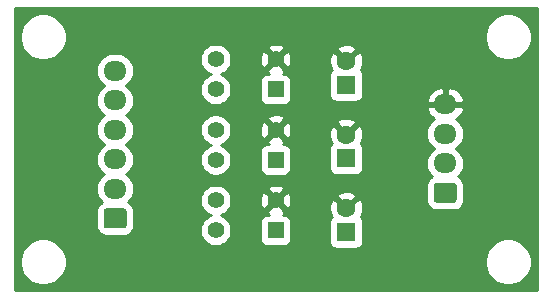
<source format=gbr>
%TF.GenerationSoftware,KiCad,Pcbnew,5.1.6-c6e7f7d~87~ubuntu18.04.1*%
%TF.CreationDate,2021-09-19T16:35:13+09:00*%
%TF.ProjectId,M921-SS,4d393231-2d53-4532-9e6b-696361645f70,1.00*%
%TF.SameCoordinates,Original*%
%TF.FileFunction,Copper,L2,Bot*%
%TF.FilePolarity,Positive*%
%FSLAX46Y46*%
G04 Gerber Fmt 4.6, Leading zero omitted, Abs format (unit mm)*
G04 Created by KiCad (PCBNEW 5.1.6-c6e7f7d~87~ubuntu18.04.1) date 2021-09-19 16:35:13*
%MOMM*%
%LPD*%
G01*
G04 APERTURE LIST*
%TA.AperFunction,ComponentPad*%
%ADD10O,1.950000X1.700000*%
%TD*%
%TA.AperFunction,ComponentPad*%
%ADD11C,1.400000*%
%TD*%
%TA.AperFunction,ComponentPad*%
%ADD12R,1.400000X1.400000*%
%TD*%
%TA.AperFunction,ComponentPad*%
%ADD13C,1.600000*%
%TD*%
%TA.AperFunction,ComponentPad*%
%ADD14R,1.600000X1.600000*%
%TD*%
%TA.AperFunction,Conductor*%
%ADD15C,0.254000*%
%TD*%
G04 APERTURE END LIST*
D10*
%TO.P,J2,4*%
%TO.N,GND*%
X114046000Y-59683000D03*
%TO.P,J2,3*%
%TO.N,Net-(C3-Pad1)*%
X114046000Y-62183000D03*
%TO.P,J2,2*%
%TO.N,Net-(C2-Pad1)*%
X114046000Y-64683000D03*
%TO.P,J2,1*%
%TO.N,Net-(C1-Pad1)*%
%TA.AperFunction,ComponentPad*%
G36*
G01*
X114771000Y-68033000D02*
X113321000Y-68033000D01*
G75*
G02*
X113071000Y-67783000I0J250000D01*
G01*
X113071000Y-66583000D01*
G75*
G02*
X113321000Y-66333000I250000J0D01*
G01*
X114771000Y-66333000D01*
G75*
G02*
X115021000Y-66583000I0J-250000D01*
G01*
X115021000Y-67783000D01*
G75*
G02*
X114771000Y-68033000I-250000J0D01*
G01*
G37*
%TD.AperFunction*%
%TD*%
%TO.P,J1,6*%
%TO.N,Net-(D3-Pad3)*%
X86106000Y-56842000D03*
%TO.P,J1,5*%
%TO.N,Net-(D3-Pad4)*%
X86106000Y-59342000D03*
%TO.P,J1,4*%
%TO.N,Net-(D2-Pad3)*%
X86106000Y-61842000D03*
%TO.P,J1,3*%
%TO.N,Net-(D2-Pad4)*%
X86106000Y-64342000D03*
%TO.P,J1,2*%
%TO.N,Net-(D1-Pad3)*%
X86106000Y-66842000D03*
%TO.P,J1,1*%
%TO.N,Net-(D1-Pad4)*%
%TA.AperFunction,ComponentPad*%
G36*
G01*
X86831000Y-70192000D02*
X85381000Y-70192000D01*
G75*
G02*
X85131000Y-69942000I0J250000D01*
G01*
X85131000Y-68742000D01*
G75*
G02*
X85381000Y-68492000I250000J0D01*
G01*
X86831000Y-68492000D01*
G75*
G02*
X87081000Y-68742000I0J-250000D01*
G01*
X87081000Y-69942000D01*
G75*
G02*
X86831000Y-70192000I-250000J0D01*
G01*
G37*
%TD.AperFunction*%
%TD*%
D11*
%TO.P,D3,4*%
%TO.N,Net-(D3-Pad4)*%
X94615000Y-58420000D03*
%TO.P,D3,2*%
%TO.N,GND*%
X99695000Y-55880000D03*
%TO.P,D3,3*%
%TO.N,Net-(D3-Pad3)*%
X94615000Y-55880000D03*
D12*
%TO.P,D3,1*%
%TO.N,Net-(C3-Pad1)*%
X99695000Y-58420000D03*
%TD*%
D11*
%TO.P,D2,4*%
%TO.N,Net-(D2-Pad4)*%
X94615000Y-64389000D03*
%TO.P,D2,2*%
%TO.N,GND*%
X99695000Y-61849000D03*
%TO.P,D2,3*%
%TO.N,Net-(D2-Pad3)*%
X94615000Y-61849000D03*
D12*
%TO.P,D2,1*%
%TO.N,Net-(C2-Pad1)*%
X99695000Y-64389000D03*
%TD*%
D11*
%TO.P,D1,4*%
%TO.N,Net-(D1-Pad4)*%
X94615000Y-70358000D03*
%TO.P,D1,2*%
%TO.N,GND*%
X99695000Y-67818000D03*
%TO.P,D1,3*%
%TO.N,Net-(D1-Pad3)*%
X94615000Y-67818000D03*
D12*
%TO.P,D1,1*%
%TO.N,Net-(C1-Pad1)*%
X99695000Y-70358000D03*
%TD*%
D13*
%TO.P,C3,2*%
%TO.N,GND*%
X105664000Y-56039000D03*
D14*
%TO.P,C3,1*%
%TO.N,Net-(C3-Pad1)*%
X105664000Y-58039000D03*
%TD*%
D13*
%TO.P,C2,2*%
%TO.N,GND*%
X105664000Y-62262000D03*
D14*
%TO.P,C2,1*%
%TO.N,Net-(C2-Pad1)*%
X105664000Y-64262000D03*
%TD*%
D13*
%TO.P,C1,2*%
%TO.N,GND*%
X105664000Y-68485000D03*
D14*
%TO.P,C1,1*%
%TO.N,Net-(C1-Pad1)*%
X105664000Y-70485000D03*
%TD*%
D15*
%TO.N,GND*%
G36*
X121793000Y-75438000D02*
G01*
X77597000Y-75438000D01*
X77597000Y-72829495D01*
X78025000Y-72829495D01*
X78025000Y-73220505D01*
X78101282Y-73604003D01*
X78250915Y-73965250D01*
X78468149Y-74290364D01*
X78744636Y-74566851D01*
X79069750Y-74784085D01*
X79430997Y-74933718D01*
X79814495Y-75010000D01*
X80205505Y-75010000D01*
X80589003Y-74933718D01*
X80950250Y-74784085D01*
X81275364Y-74566851D01*
X81551851Y-74290364D01*
X81769085Y-73965250D01*
X81918718Y-73604003D01*
X81995000Y-73220505D01*
X81995000Y-72829495D01*
X117395000Y-72829495D01*
X117395000Y-73220505D01*
X117471282Y-73604003D01*
X117620915Y-73965250D01*
X117838149Y-74290364D01*
X118114636Y-74566851D01*
X118439750Y-74784085D01*
X118800997Y-74933718D01*
X119184495Y-75010000D01*
X119575505Y-75010000D01*
X119959003Y-74933718D01*
X120320250Y-74784085D01*
X120645364Y-74566851D01*
X120921851Y-74290364D01*
X121139085Y-73965250D01*
X121288718Y-73604003D01*
X121365000Y-73220505D01*
X121365000Y-72829495D01*
X121288718Y-72445997D01*
X121139085Y-72084750D01*
X120921851Y-71759636D01*
X120645364Y-71483149D01*
X120320250Y-71265915D01*
X119959003Y-71116282D01*
X119575505Y-71040000D01*
X119184495Y-71040000D01*
X118800997Y-71116282D01*
X118439750Y-71265915D01*
X118114636Y-71483149D01*
X117838149Y-71759636D01*
X117620915Y-72084750D01*
X117471282Y-72445997D01*
X117395000Y-72829495D01*
X81995000Y-72829495D01*
X81918718Y-72445997D01*
X81769085Y-72084750D01*
X81551851Y-71759636D01*
X81275364Y-71483149D01*
X80950250Y-71265915D01*
X80589003Y-71116282D01*
X80205505Y-71040000D01*
X79814495Y-71040000D01*
X79430997Y-71116282D01*
X79069750Y-71265915D01*
X78744636Y-71483149D01*
X78468149Y-71759636D01*
X78250915Y-72084750D01*
X78101282Y-72445997D01*
X78025000Y-72829495D01*
X77597000Y-72829495D01*
X77597000Y-56842000D01*
X84488815Y-56842000D01*
X84517487Y-57133111D01*
X84602401Y-57413034D01*
X84740294Y-57671014D01*
X84925866Y-57897134D01*
X85151986Y-58082706D01*
X85169374Y-58092000D01*
X85151986Y-58101294D01*
X84925866Y-58286866D01*
X84740294Y-58512986D01*
X84602401Y-58770966D01*
X84517487Y-59050889D01*
X84488815Y-59342000D01*
X84517487Y-59633111D01*
X84602401Y-59913034D01*
X84740294Y-60171014D01*
X84925866Y-60397134D01*
X85151986Y-60582706D01*
X85169374Y-60592000D01*
X85151986Y-60601294D01*
X84925866Y-60786866D01*
X84740294Y-61012986D01*
X84602401Y-61270966D01*
X84517487Y-61550889D01*
X84488815Y-61842000D01*
X84517487Y-62133111D01*
X84602401Y-62413034D01*
X84740294Y-62671014D01*
X84925866Y-62897134D01*
X85151986Y-63082706D01*
X85169374Y-63092000D01*
X85151986Y-63101294D01*
X84925866Y-63286866D01*
X84740294Y-63512986D01*
X84602401Y-63770966D01*
X84517487Y-64050889D01*
X84488815Y-64342000D01*
X84517487Y-64633111D01*
X84602401Y-64913034D01*
X84740294Y-65171014D01*
X84925866Y-65397134D01*
X85151986Y-65582706D01*
X85169374Y-65592000D01*
X85151986Y-65601294D01*
X84925866Y-65786866D01*
X84740294Y-66012986D01*
X84602401Y-66270966D01*
X84517487Y-66550889D01*
X84488815Y-66842000D01*
X84517487Y-67133111D01*
X84602401Y-67413034D01*
X84740294Y-67671014D01*
X84925866Y-67897134D01*
X84989337Y-67949223D01*
X84887614Y-68003595D01*
X84753038Y-68114038D01*
X84642595Y-68248614D01*
X84560528Y-68402150D01*
X84509992Y-68568746D01*
X84492928Y-68742000D01*
X84492928Y-69942000D01*
X84509992Y-70115254D01*
X84560528Y-70281850D01*
X84642595Y-70435386D01*
X84753038Y-70569962D01*
X84887614Y-70680405D01*
X85041150Y-70762472D01*
X85207746Y-70813008D01*
X85381000Y-70830072D01*
X86831000Y-70830072D01*
X87004254Y-70813008D01*
X87170850Y-70762472D01*
X87324386Y-70680405D01*
X87458962Y-70569962D01*
X87569405Y-70435386D01*
X87651472Y-70281850D01*
X87702008Y-70115254D01*
X87719072Y-69942000D01*
X87719072Y-68742000D01*
X87702008Y-68568746D01*
X87651472Y-68402150D01*
X87569405Y-68248614D01*
X87458962Y-68114038D01*
X87324386Y-68003595D01*
X87222663Y-67949223D01*
X87286134Y-67897134D01*
X87458985Y-67686514D01*
X93280000Y-67686514D01*
X93280000Y-67949486D01*
X93331304Y-68207405D01*
X93431939Y-68450359D01*
X93578038Y-68669013D01*
X93763987Y-68854962D01*
X93982641Y-69001061D01*
X94192530Y-69088000D01*
X93982641Y-69174939D01*
X93763987Y-69321038D01*
X93578038Y-69506987D01*
X93431939Y-69725641D01*
X93331304Y-69968595D01*
X93280000Y-70226514D01*
X93280000Y-70489486D01*
X93331304Y-70747405D01*
X93431939Y-70990359D01*
X93578038Y-71209013D01*
X93763987Y-71394962D01*
X93982641Y-71541061D01*
X94225595Y-71641696D01*
X94483514Y-71693000D01*
X94746486Y-71693000D01*
X95004405Y-71641696D01*
X95247359Y-71541061D01*
X95466013Y-71394962D01*
X95651962Y-71209013D01*
X95798061Y-70990359D01*
X95898696Y-70747405D01*
X95950000Y-70489486D01*
X95950000Y-70226514D01*
X95898696Y-69968595D01*
X95798061Y-69725641D01*
X95752866Y-69658000D01*
X98356928Y-69658000D01*
X98356928Y-71058000D01*
X98369188Y-71182482D01*
X98405498Y-71302180D01*
X98464463Y-71412494D01*
X98543815Y-71509185D01*
X98640506Y-71588537D01*
X98750820Y-71647502D01*
X98870518Y-71683812D01*
X98995000Y-71696072D01*
X100395000Y-71696072D01*
X100519482Y-71683812D01*
X100639180Y-71647502D01*
X100749494Y-71588537D01*
X100846185Y-71509185D01*
X100925537Y-71412494D01*
X100984502Y-71302180D01*
X101020812Y-71182482D01*
X101033072Y-71058000D01*
X101033072Y-69658000D01*
X101020812Y-69533518D01*
X100984502Y-69413820D01*
X100925537Y-69303506D01*
X100846185Y-69206815D01*
X100749494Y-69127463D01*
X100639180Y-69068498D01*
X100519482Y-69032188D01*
X100395000Y-69019928D01*
X100289475Y-69019928D01*
X100377203Y-68973037D01*
X100436664Y-68739269D01*
X99695000Y-67997605D01*
X98953336Y-68739269D01*
X99012797Y-68973037D01*
X99113620Y-69019928D01*
X98995000Y-69019928D01*
X98870518Y-69032188D01*
X98750820Y-69068498D01*
X98640506Y-69127463D01*
X98543815Y-69206815D01*
X98464463Y-69303506D01*
X98405498Y-69413820D01*
X98369188Y-69533518D01*
X98356928Y-69658000D01*
X95752866Y-69658000D01*
X95651962Y-69506987D01*
X95466013Y-69321038D01*
X95247359Y-69174939D01*
X95037470Y-69088000D01*
X95247359Y-69001061D01*
X95466013Y-68854962D01*
X95651962Y-68669013D01*
X95798061Y-68450359D01*
X95898696Y-68207405D01*
X95950000Y-67949486D01*
X95950000Y-67892473D01*
X98355610Y-67892473D01*
X98395875Y-68152344D01*
X98486065Y-68399366D01*
X98539963Y-68500203D01*
X98773731Y-68559664D01*
X99515395Y-67818000D01*
X99874605Y-67818000D01*
X100616269Y-68559664D01*
X100632592Y-68555512D01*
X104223783Y-68555512D01*
X104265213Y-68835130D01*
X104360397Y-69101292D01*
X104425616Y-69223309D01*
X104412815Y-69233815D01*
X104333463Y-69330506D01*
X104274498Y-69440820D01*
X104238188Y-69560518D01*
X104225928Y-69685000D01*
X104225928Y-71285000D01*
X104238188Y-71409482D01*
X104274498Y-71529180D01*
X104333463Y-71639494D01*
X104412815Y-71736185D01*
X104509506Y-71815537D01*
X104619820Y-71874502D01*
X104739518Y-71910812D01*
X104864000Y-71923072D01*
X106464000Y-71923072D01*
X106588482Y-71910812D01*
X106708180Y-71874502D01*
X106818494Y-71815537D01*
X106915185Y-71736185D01*
X106994537Y-71639494D01*
X107053502Y-71529180D01*
X107089812Y-71409482D01*
X107102072Y-71285000D01*
X107102072Y-69685000D01*
X107089812Y-69560518D01*
X107053502Y-69440820D01*
X106994537Y-69330506D01*
X106915185Y-69233815D01*
X106902242Y-69223193D01*
X107021571Y-68971004D01*
X107090300Y-68696816D01*
X107104217Y-68414488D01*
X107062787Y-68134870D01*
X106967603Y-67868708D01*
X106900671Y-67743486D01*
X106656702Y-67671903D01*
X105843605Y-68485000D01*
X105857748Y-68499143D01*
X105678143Y-68678748D01*
X105664000Y-68664605D01*
X105649858Y-68678748D01*
X105470253Y-68499143D01*
X105484395Y-68485000D01*
X104671298Y-67671903D01*
X104427329Y-67743486D01*
X104306429Y-67998996D01*
X104237700Y-68273184D01*
X104223783Y-68555512D01*
X100632592Y-68555512D01*
X100850037Y-68500203D01*
X100960934Y-68261758D01*
X101023183Y-68006260D01*
X101034390Y-67743527D01*
X100995465Y-67492298D01*
X104850903Y-67492298D01*
X105664000Y-68305395D01*
X106477097Y-67492298D01*
X106405514Y-67248329D01*
X106150004Y-67127429D01*
X105875816Y-67058700D01*
X105593488Y-67044783D01*
X105313870Y-67086213D01*
X105047708Y-67181397D01*
X104922486Y-67248329D01*
X104850903Y-67492298D01*
X100995465Y-67492298D01*
X100994125Y-67483656D01*
X100903935Y-67236634D01*
X100850037Y-67135797D01*
X100616269Y-67076336D01*
X99874605Y-67818000D01*
X99515395Y-67818000D01*
X98773731Y-67076336D01*
X98539963Y-67135797D01*
X98429066Y-67374242D01*
X98366817Y-67629740D01*
X98355610Y-67892473D01*
X95950000Y-67892473D01*
X95950000Y-67686514D01*
X95898696Y-67428595D01*
X95798061Y-67185641D01*
X95651962Y-66966987D01*
X95581706Y-66896731D01*
X98953336Y-66896731D01*
X99695000Y-67638395D01*
X100436664Y-66896731D01*
X100377203Y-66662963D01*
X100138758Y-66552066D01*
X99883260Y-66489817D01*
X99620527Y-66478610D01*
X99360656Y-66518875D01*
X99113634Y-66609065D01*
X99012797Y-66662963D01*
X98953336Y-66896731D01*
X95581706Y-66896731D01*
X95466013Y-66781038D01*
X95247359Y-66634939D01*
X95004405Y-66534304D01*
X94746486Y-66483000D01*
X94483514Y-66483000D01*
X94225595Y-66534304D01*
X93982641Y-66634939D01*
X93763987Y-66781038D01*
X93578038Y-66966987D01*
X93431939Y-67185641D01*
X93331304Y-67428595D01*
X93280000Y-67686514D01*
X87458985Y-67686514D01*
X87471706Y-67671014D01*
X87609599Y-67413034D01*
X87694513Y-67133111D01*
X87723185Y-66842000D01*
X87694513Y-66550889D01*
X87609599Y-66270966D01*
X87471706Y-66012986D01*
X87286134Y-65786866D01*
X87060014Y-65601294D01*
X87042626Y-65592000D01*
X87060014Y-65582706D01*
X87286134Y-65397134D01*
X87471706Y-65171014D01*
X87609599Y-64913034D01*
X87694513Y-64633111D01*
X87723185Y-64342000D01*
X87694513Y-64050889D01*
X87609599Y-63770966D01*
X87471706Y-63512986D01*
X87286134Y-63286866D01*
X87060014Y-63101294D01*
X87042626Y-63092000D01*
X87060014Y-63082706D01*
X87286134Y-62897134D01*
X87471706Y-62671014D01*
X87609599Y-62413034D01*
X87694513Y-62133111D01*
X87723185Y-61842000D01*
X87710925Y-61717514D01*
X93280000Y-61717514D01*
X93280000Y-61980486D01*
X93331304Y-62238405D01*
X93431939Y-62481359D01*
X93578038Y-62700013D01*
X93763987Y-62885962D01*
X93982641Y-63032061D01*
X94192530Y-63119000D01*
X93982641Y-63205939D01*
X93763987Y-63352038D01*
X93578038Y-63537987D01*
X93431939Y-63756641D01*
X93331304Y-63999595D01*
X93280000Y-64257514D01*
X93280000Y-64520486D01*
X93331304Y-64778405D01*
X93431939Y-65021359D01*
X93578038Y-65240013D01*
X93763987Y-65425962D01*
X93982641Y-65572061D01*
X94225595Y-65672696D01*
X94483514Y-65724000D01*
X94746486Y-65724000D01*
X95004405Y-65672696D01*
X95247359Y-65572061D01*
X95466013Y-65425962D01*
X95651962Y-65240013D01*
X95798061Y-65021359D01*
X95898696Y-64778405D01*
X95950000Y-64520486D01*
X95950000Y-64257514D01*
X95898696Y-63999595D01*
X95798061Y-63756641D01*
X95752866Y-63689000D01*
X98356928Y-63689000D01*
X98356928Y-65089000D01*
X98369188Y-65213482D01*
X98405498Y-65333180D01*
X98464463Y-65443494D01*
X98543815Y-65540185D01*
X98640506Y-65619537D01*
X98750820Y-65678502D01*
X98870518Y-65714812D01*
X98995000Y-65727072D01*
X100395000Y-65727072D01*
X100519482Y-65714812D01*
X100639180Y-65678502D01*
X100749494Y-65619537D01*
X100846185Y-65540185D01*
X100925537Y-65443494D01*
X100984502Y-65333180D01*
X101020812Y-65213482D01*
X101033072Y-65089000D01*
X101033072Y-63689000D01*
X101020812Y-63564518D01*
X100984502Y-63444820D01*
X100925537Y-63334506D01*
X100846185Y-63237815D01*
X100749494Y-63158463D01*
X100639180Y-63099498D01*
X100519482Y-63063188D01*
X100395000Y-63050928D01*
X100289475Y-63050928D01*
X100377203Y-63004037D01*
X100436664Y-62770269D01*
X99695000Y-62028605D01*
X98953336Y-62770269D01*
X99012797Y-63004037D01*
X99113620Y-63050928D01*
X98995000Y-63050928D01*
X98870518Y-63063188D01*
X98750820Y-63099498D01*
X98640506Y-63158463D01*
X98543815Y-63237815D01*
X98464463Y-63334506D01*
X98405498Y-63444820D01*
X98369188Y-63564518D01*
X98356928Y-63689000D01*
X95752866Y-63689000D01*
X95651962Y-63537987D01*
X95466013Y-63352038D01*
X95247359Y-63205939D01*
X95037470Y-63119000D01*
X95247359Y-63032061D01*
X95466013Y-62885962D01*
X95651962Y-62700013D01*
X95798061Y-62481359D01*
X95898696Y-62238405D01*
X95950000Y-61980486D01*
X95950000Y-61923473D01*
X98355610Y-61923473D01*
X98395875Y-62183344D01*
X98486065Y-62430366D01*
X98539963Y-62531203D01*
X98773731Y-62590664D01*
X99515395Y-61849000D01*
X99874605Y-61849000D01*
X100616269Y-62590664D01*
X100850037Y-62531203D01*
X100942445Y-62332512D01*
X104223783Y-62332512D01*
X104265213Y-62612130D01*
X104360397Y-62878292D01*
X104425616Y-63000309D01*
X104412815Y-63010815D01*
X104333463Y-63107506D01*
X104274498Y-63217820D01*
X104238188Y-63337518D01*
X104225928Y-63462000D01*
X104225928Y-65062000D01*
X104238188Y-65186482D01*
X104274498Y-65306180D01*
X104333463Y-65416494D01*
X104412815Y-65513185D01*
X104509506Y-65592537D01*
X104619820Y-65651502D01*
X104739518Y-65687812D01*
X104864000Y-65700072D01*
X106464000Y-65700072D01*
X106588482Y-65687812D01*
X106708180Y-65651502D01*
X106818494Y-65592537D01*
X106915185Y-65513185D01*
X106994537Y-65416494D01*
X107053502Y-65306180D01*
X107089812Y-65186482D01*
X107102072Y-65062000D01*
X107102072Y-63462000D01*
X107089812Y-63337518D01*
X107053502Y-63217820D01*
X106994537Y-63107506D01*
X106915185Y-63010815D01*
X106902242Y-63000193D01*
X107021571Y-62748004D01*
X107090300Y-62473816D01*
X107104217Y-62191488D01*
X107102960Y-62183000D01*
X112428815Y-62183000D01*
X112457487Y-62474111D01*
X112542401Y-62754034D01*
X112680294Y-63012014D01*
X112865866Y-63238134D01*
X113091986Y-63423706D01*
X113109374Y-63433000D01*
X113091986Y-63442294D01*
X112865866Y-63627866D01*
X112680294Y-63853986D01*
X112542401Y-64111966D01*
X112457487Y-64391889D01*
X112428815Y-64683000D01*
X112457487Y-64974111D01*
X112542401Y-65254034D01*
X112680294Y-65512014D01*
X112865866Y-65738134D01*
X112929337Y-65790223D01*
X112827614Y-65844595D01*
X112693038Y-65955038D01*
X112582595Y-66089614D01*
X112500528Y-66243150D01*
X112449992Y-66409746D01*
X112432928Y-66583000D01*
X112432928Y-67783000D01*
X112449992Y-67956254D01*
X112500528Y-68122850D01*
X112582595Y-68276386D01*
X112693038Y-68410962D01*
X112827614Y-68521405D01*
X112981150Y-68603472D01*
X113147746Y-68654008D01*
X113321000Y-68671072D01*
X114771000Y-68671072D01*
X114944254Y-68654008D01*
X115110850Y-68603472D01*
X115264386Y-68521405D01*
X115398962Y-68410962D01*
X115509405Y-68276386D01*
X115591472Y-68122850D01*
X115642008Y-67956254D01*
X115659072Y-67783000D01*
X115659072Y-66583000D01*
X115642008Y-66409746D01*
X115591472Y-66243150D01*
X115509405Y-66089614D01*
X115398962Y-65955038D01*
X115264386Y-65844595D01*
X115162663Y-65790223D01*
X115226134Y-65738134D01*
X115411706Y-65512014D01*
X115549599Y-65254034D01*
X115634513Y-64974111D01*
X115663185Y-64683000D01*
X115634513Y-64391889D01*
X115549599Y-64111966D01*
X115411706Y-63853986D01*
X115226134Y-63627866D01*
X115000014Y-63442294D01*
X114982626Y-63433000D01*
X115000014Y-63423706D01*
X115226134Y-63238134D01*
X115411706Y-63012014D01*
X115549599Y-62754034D01*
X115634513Y-62474111D01*
X115663185Y-62183000D01*
X115634513Y-61891889D01*
X115549599Y-61611966D01*
X115411706Y-61353986D01*
X115226134Y-61127866D01*
X115000014Y-60942294D01*
X114974278Y-60928538D01*
X115180429Y-60772049D01*
X115373496Y-60554193D01*
X115520352Y-60302858D01*
X115612476Y-60039890D01*
X115491155Y-59810000D01*
X114173000Y-59810000D01*
X114173000Y-59830000D01*
X113919000Y-59830000D01*
X113919000Y-59810000D01*
X112600845Y-59810000D01*
X112479524Y-60039890D01*
X112571648Y-60302858D01*
X112718504Y-60554193D01*
X112911571Y-60772049D01*
X113117722Y-60928538D01*
X113091986Y-60942294D01*
X112865866Y-61127866D01*
X112680294Y-61353986D01*
X112542401Y-61611966D01*
X112457487Y-61891889D01*
X112428815Y-62183000D01*
X107102960Y-62183000D01*
X107062787Y-61911870D01*
X106967603Y-61645708D01*
X106900671Y-61520486D01*
X106656702Y-61448903D01*
X105843605Y-62262000D01*
X105857748Y-62276143D01*
X105678143Y-62455748D01*
X105664000Y-62441605D01*
X105649858Y-62455748D01*
X105470253Y-62276143D01*
X105484395Y-62262000D01*
X104671298Y-61448903D01*
X104427329Y-61520486D01*
X104306429Y-61775996D01*
X104237700Y-62050184D01*
X104223783Y-62332512D01*
X100942445Y-62332512D01*
X100960934Y-62292758D01*
X101023183Y-62037260D01*
X101034390Y-61774527D01*
X100994125Y-61514656D01*
X100904543Y-61269298D01*
X104850903Y-61269298D01*
X105664000Y-62082395D01*
X106477097Y-61269298D01*
X106405514Y-61025329D01*
X106150004Y-60904429D01*
X105875816Y-60835700D01*
X105593488Y-60821783D01*
X105313870Y-60863213D01*
X105047708Y-60958397D01*
X104922486Y-61025329D01*
X104850903Y-61269298D01*
X100904543Y-61269298D01*
X100903935Y-61267634D01*
X100850037Y-61166797D01*
X100616269Y-61107336D01*
X99874605Y-61849000D01*
X99515395Y-61849000D01*
X98773731Y-61107336D01*
X98539963Y-61166797D01*
X98429066Y-61405242D01*
X98366817Y-61660740D01*
X98355610Y-61923473D01*
X95950000Y-61923473D01*
X95950000Y-61717514D01*
X95898696Y-61459595D01*
X95798061Y-61216641D01*
X95651962Y-60997987D01*
X95581706Y-60927731D01*
X98953336Y-60927731D01*
X99695000Y-61669395D01*
X100436664Y-60927731D01*
X100377203Y-60693963D01*
X100138758Y-60583066D01*
X99883260Y-60520817D01*
X99620527Y-60509610D01*
X99360656Y-60549875D01*
X99113634Y-60640065D01*
X99012797Y-60693963D01*
X98953336Y-60927731D01*
X95581706Y-60927731D01*
X95466013Y-60812038D01*
X95247359Y-60665939D01*
X95004405Y-60565304D01*
X94746486Y-60514000D01*
X94483514Y-60514000D01*
X94225595Y-60565304D01*
X93982641Y-60665939D01*
X93763987Y-60812038D01*
X93578038Y-60997987D01*
X93431939Y-61216641D01*
X93331304Y-61459595D01*
X93280000Y-61717514D01*
X87710925Y-61717514D01*
X87694513Y-61550889D01*
X87609599Y-61270966D01*
X87471706Y-61012986D01*
X87286134Y-60786866D01*
X87060014Y-60601294D01*
X87042626Y-60592000D01*
X87060014Y-60582706D01*
X87286134Y-60397134D01*
X87471706Y-60171014D01*
X87609599Y-59913034D01*
X87694513Y-59633111D01*
X87723185Y-59342000D01*
X87694513Y-59050889D01*
X87609599Y-58770966D01*
X87471706Y-58512986D01*
X87286134Y-58286866D01*
X87060014Y-58101294D01*
X87042626Y-58092000D01*
X87060014Y-58082706D01*
X87286134Y-57897134D01*
X87471706Y-57671014D01*
X87609599Y-57413034D01*
X87694513Y-57133111D01*
X87723185Y-56842000D01*
X87694513Y-56550889D01*
X87609599Y-56270966D01*
X87471706Y-56012986D01*
X87286134Y-55786866D01*
X87239402Y-55748514D01*
X93280000Y-55748514D01*
X93280000Y-56011486D01*
X93331304Y-56269405D01*
X93431939Y-56512359D01*
X93578038Y-56731013D01*
X93763987Y-56916962D01*
X93982641Y-57063061D01*
X94192530Y-57150000D01*
X93982641Y-57236939D01*
X93763987Y-57383038D01*
X93578038Y-57568987D01*
X93431939Y-57787641D01*
X93331304Y-58030595D01*
X93280000Y-58288514D01*
X93280000Y-58551486D01*
X93331304Y-58809405D01*
X93431939Y-59052359D01*
X93578038Y-59271013D01*
X93763987Y-59456962D01*
X93982641Y-59603061D01*
X94225595Y-59703696D01*
X94483514Y-59755000D01*
X94746486Y-59755000D01*
X95004405Y-59703696D01*
X95247359Y-59603061D01*
X95466013Y-59456962D01*
X95651962Y-59271013D01*
X95798061Y-59052359D01*
X95898696Y-58809405D01*
X95950000Y-58551486D01*
X95950000Y-58288514D01*
X95898696Y-58030595D01*
X95798061Y-57787641D01*
X95752866Y-57720000D01*
X98356928Y-57720000D01*
X98356928Y-59120000D01*
X98369188Y-59244482D01*
X98405498Y-59364180D01*
X98464463Y-59474494D01*
X98543815Y-59571185D01*
X98640506Y-59650537D01*
X98750820Y-59709502D01*
X98870518Y-59745812D01*
X98995000Y-59758072D01*
X100395000Y-59758072D01*
X100519482Y-59745812D01*
X100639180Y-59709502D01*
X100749494Y-59650537D01*
X100846185Y-59571185D01*
X100925537Y-59474494D01*
X100984502Y-59364180D01*
X101020812Y-59244482D01*
X101033072Y-59120000D01*
X101033072Y-57720000D01*
X101020812Y-57595518D01*
X100984502Y-57475820D01*
X100925537Y-57365506D01*
X100846185Y-57268815D01*
X100749494Y-57189463D01*
X100639180Y-57130498D01*
X100519482Y-57094188D01*
X100395000Y-57081928D01*
X100289475Y-57081928D01*
X100377203Y-57035037D01*
X100436664Y-56801269D01*
X99695000Y-56059605D01*
X98953336Y-56801269D01*
X99012797Y-57035037D01*
X99113620Y-57081928D01*
X98995000Y-57081928D01*
X98870518Y-57094188D01*
X98750820Y-57130498D01*
X98640506Y-57189463D01*
X98543815Y-57268815D01*
X98464463Y-57365506D01*
X98405498Y-57475820D01*
X98369188Y-57595518D01*
X98356928Y-57720000D01*
X95752866Y-57720000D01*
X95651962Y-57568987D01*
X95466013Y-57383038D01*
X95247359Y-57236939D01*
X95037470Y-57150000D01*
X95247359Y-57063061D01*
X95466013Y-56916962D01*
X95651962Y-56731013D01*
X95798061Y-56512359D01*
X95898696Y-56269405D01*
X95950000Y-56011486D01*
X95950000Y-55954473D01*
X98355610Y-55954473D01*
X98395875Y-56214344D01*
X98486065Y-56461366D01*
X98539963Y-56562203D01*
X98773731Y-56621664D01*
X99515395Y-55880000D01*
X99874605Y-55880000D01*
X100616269Y-56621664D01*
X100850037Y-56562203D01*
X100960934Y-56323758D01*
X101013132Y-56109512D01*
X104223783Y-56109512D01*
X104265213Y-56389130D01*
X104360397Y-56655292D01*
X104425616Y-56777309D01*
X104412815Y-56787815D01*
X104333463Y-56884506D01*
X104274498Y-56994820D01*
X104238188Y-57114518D01*
X104225928Y-57239000D01*
X104225928Y-58839000D01*
X104238188Y-58963482D01*
X104274498Y-59083180D01*
X104333463Y-59193494D01*
X104412815Y-59290185D01*
X104509506Y-59369537D01*
X104619820Y-59428502D01*
X104739518Y-59464812D01*
X104864000Y-59477072D01*
X106464000Y-59477072D01*
X106588482Y-59464812D01*
X106708180Y-59428502D01*
X106818494Y-59369537D01*
X106871410Y-59326110D01*
X112479524Y-59326110D01*
X112600845Y-59556000D01*
X113919000Y-59556000D01*
X113919000Y-58356835D01*
X114173000Y-58356835D01*
X114173000Y-59556000D01*
X115491155Y-59556000D01*
X115612476Y-59326110D01*
X115520352Y-59063142D01*
X115373496Y-58811807D01*
X115180429Y-58593951D01*
X114948570Y-58417947D01*
X114686830Y-58290558D01*
X114405267Y-58216680D01*
X114173000Y-58356835D01*
X113919000Y-58356835D01*
X113686733Y-58216680D01*
X113405170Y-58290558D01*
X113143430Y-58417947D01*
X112911571Y-58593951D01*
X112718504Y-58811807D01*
X112571648Y-59063142D01*
X112479524Y-59326110D01*
X106871410Y-59326110D01*
X106915185Y-59290185D01*
X106994537Y-59193494D01*
X107053502Y-59083180D01*
X107089812Y-58963482D01*
X107102072Y-58839000D01*
X107102072Y-57239000D01*
X107089812Y-57114518D01*
X107053502Y-56994820D01*
X106994537Y-56884506D01*
X106915185Y-56787815D01*
X106902242Y-56777193D01*
X107021571Y-56525004D01*
X107090300Y-56250816D01*
X107104217Y-55968488D01*
X107062787Y-55688870D01*
X106967603Y-55422708D01*
X106900671Y-55297486D01*
X106656702Y-55225903D01*
X105843605Y-56039000D01*
X105857748Y-56053143D01*
X105678143Y-56232748D01*
X105664000Y-56218605D01*
X105649858Y-56232748D01*
X105470253Y-56053143D01*
X105484395Y-56039000D01*
X104671298Y-55225903D01*
X104427329Y-55297486D01*
X104306429Y-55552996D01*
X104237700Y-55827184D01*
X104223783Y-56109512D01*
X101013132Y-56109512D01*
X101023183Y-56068260D01*
X101034390Y-55805527D01*
X100994125Y-55545656D01*
X100903935Y-55298634D01*
X100850037Y-55197797D01*
X100616269Y-55138336D01*
X99874605Y-55880000D01*
X99515395Y-55880000D01*
X98773731Y-55138336D01*
X98539963Y-55197797D01*
X98429066Y-55436242D01*
X98366817Y-55691740D01*
X98355610Y-55954473D01*
X95950000Y-55954473D01*
X95950000Y-55748514D01*
X95898696Y-55490595D01*
X95798061Y-55247641D01*
X95651962Y-55028987D01*
X95581706Y-54958731D01*
X98953336Y-54958731D01*
X99695000Y-55700395D01*
X100349097Y-55046298D01*
X104850903Y-55046298D01*
X105664000Y-55859395D01*
X106477097Y-55046298D01*
X106405514Y-54802329D01*
X106150004Y-54681429D01*
X105875816Y-54612700D01*
X105593488Y-54598783D01*
X105313870Y-54640213D01*
X105047708Y-54735397D01*
X104922486Y-54802329D01*
X104850903Y-55046298D01*
X100349097Y-55046298D01*
X100436664Y-54958731D01*
X100377203Y-54724963D01*
X100138758Y-54614066D01*
X99883260Y-54551817D01*
X99620527Y-54540610D01*
X99360656Y-54580875D01*
X99113634Y-54671065D01*
X99012797Y-54724963D01*
X98953336Y-54958731D01*
X95581706Y-54958731D01*
X95466013Y-54843038D01*
X95247359Y-54696939D01*
X95004405Y-54596304D01*
X94746486Y-54545000D01*
X94483514Y-54545000D01*
X94225595Y-54596304D01*
X93982641Y-54696939D01*
X93763987Y-54843038D01*
X93578038Y-55028987D01*
X93431939Y-55247641D01*
X93331304Y-55490595D01*
X93280000Y-55748514D01*
X87239402Y-55748514D01*
X87060014Y-55601294D01*
X86802034Y-55463401D01*
X86522111Y-55378487D01*
X86303950Y-55357000D01*
X85908050Y-55357000D01*
X85689889Y-55378487D01*
X85409966Y-55463401D01*
X85151986Y-55601294D01*
X84925866Y-55786866D01*
X84740294Y-56012986D01*
X84602401Y-56270966D01*
X84517487Y-56550889D01*
X84488815Y-56842000D01*
X77597000Y-56842000D01*
X77597000Y-53779495D01*
X78025000Y-53779495D01*
X78025000Y-54170505D01*
X78101282Y-54554003D01*
X78250915Y-54915250D01*
X78468149Y-55240364D01*
X78744636Y-55516851D01*
X79069750Y-55734085D01*
X79430997Y-55883718D01*
X79814495Y-55960000D01*
X80205505Y-55960000D01*
X80589003Y-55883718D01*
X80950250Y-55734085D01*
X81275364Y-55516851D01*
X81551851Y-55240364D01*
X81769085Y-54915250D01*
X81918718Y-54554003D01*
X81995000Y-54170505D01*
X81995000Y-53779495D01*
X117395000Y-53779495D01*
X117395000Y-54170505D01*
X117471282Y-54554003D01*
X117620915Y-54915250D01*
X117838149Y-55240364D01*
X118114636Y-55516851D01*
X118439750Y-55734085D01*
X118800997Y-55883718D01*
X119184495Y-55960000D01*
X119575505Y-55960000D01*
X119959003Y-55883718D01*
X120320250Y-55734085D01*
X120645364Y-55516851D01*
X120921851Y-55240364D01*
X121139085Y-54915250D01*
X121288718Y-54554003D01*
X121365000Y-54170505D01*
X121365000Y-53779495D01*
X121288718Y-53395997D01*
X121139085Y-53034750D01*
X120921851Y-52709636D01*
X120645364Y-52433149D01*
X120320250Y-52215915D01*
X119959003Y-52066282D01*
X119575505Y-51990000D01*
X119184495Y-51990000D01*
X118800997Y-52066282D01*
X118439750Y-52215915D01*
X118114636Y-52433149D01*
X117838149Y-52709636D01*
X117620915Y-53034750D01*
X117471282Y-53395997D01*
X117395000Y-53779495D01*
X81995000Y-53779495D01*
X81918718Y-53395997D01*
X81769085Y-53034750D01*
X81551851Y-52709636D01*
X81275364Y-52433149D01*
X80950250Y-52215915D01*
X80589003Y-52066282D01*
X80205505Y-51990000D01*
X79814495Y-51990000D01*
X79430997Y-52066282D01*
X79069750Y-52215915D01*
X78744636Y-52433149D01*
X78468149Y-52709636D01*
X78250915Y-53034750D01*
X78101282Y-53395997D01*
X78025000Y-53779495D01*
X77597000Y-53779495D01*
X77597000Y-51562000D01*
X121793000Y-51562000D01*
X121793000Y-75438000D01*
G37*
X121793000Y-75438000D02*
X77597000Y-75438000D01*
X77597000Y-72829495D01*
X78025000Y-72829495D01*
X78025000Y-73220505D01*
X78101282Y-73604003D01*
X78250915Y-73965250D01*
X78468149Y-74290364D01*
X78744636Y-74566851D01*
X79069750Y-74784085D01*
X79430997Y-74933718D01*
X79814495Y-75010000D01*
X80205505Y-75010000D01*
X80589003Y-74933718D01*
X80950250Y-74784085D01*
X81275364Y-74566851D01*
X81551851Y-74290364D01*
X81769085Y-73965250D01*
X81918718Y-73604003D01*
X81995000Y-73220505D01*
X81995000Y-72829495D01*
X117395000Y-72829495D01*
X117395000Y-73220505D01*
X117471282Y-73604003D01*
X117620915Y-73965250D01*
X117838149Y-74290364D01*
X118114636Y-74566851D01*
X118439750Y-74784085D01*
X118800997Y-74933718D01*
X119184495Y-75010000D01*
X119575505Y-75010000D01*
X119959003Y-74933718D01*
X120320250Y-74784085D01*
X120645364Y-74566851D01*
X120921851Y-74290364D01*
X121139085Y-73965250D01*
X121288718Y-73604003D01*
X121365000Y-73220505D01*
X121365000Y-72829495D01*
X121288718Y-72445997D01*
X121139085Y-72084750D01*
X120921851Y-71759636D01*
X120645364Y-71483149D01*
X120320250Y-71265915D01*
X119959003Y-71116282D01*
X119575505Y-71040000D01*
X119184495Y-71040000D01*
X118800997Y-71116282D01*
X118439750Y-71265915D01*
X118114636Y-71483149D01*
X117838149Y-71759636D01*
X117620915Y-72084750D01*
X117471282Y-72445997D01*
X117395000Y-72829495D01*
X81995000Y-72829495D01*
X81918718Y-72445997D01*
X81769085Y-72084750D01*
X81551851Y-71759636D01*
X81275364Y-71483149D01*
X80950250Y-71265915D01*
X80589003Y-71116282D01*
X80205505Y-71040000D01*
X79814495Y-71040000D01*
X79430997Y-71116282D01*
X79069750Y-71265915D01*
X78744636Y-71483149D01*
X78468149Y-71759636D01*
X78250915Y-72084750D01*
X78101282Y-72445997D01*
X78025000Y-72829495D01*
X77597000Y-72829495D01*
X77597000Y-56842000D01*
X84488815Y-56842000D01*
X84517487Y-57133111D01*
X84602401Y-57413034D01*
X84740294Y-57671014D01*
X84925866Y-57897134D01*
X85151986Y-58082706D01*
X85169374Y-58092000D01*
X85151986Y-58101294D01*
X84925866Y-58286866D01*
X84740294Y-58512986D01*
X84602401Y-58770966D01*
X84517487Y-59050889D01*
X84488815Y-59342000D01*
X84517487Y-59633111D01*
X84602401Y-59913034D01*
X84740294Y-60171014D01*
X84925866Y-60397134D01*
X85151986Y-60582706D01*
X85169374Y-60592000D01*
X85151986Y-60601294D01*
X84925866Y-60786866D01*
X84740294Y-61012986D01*
X84602401Y-61270966D01*
X84517487Y-61550889D01*
X84488815Y-61842000D01*
X84517487Y-62133111D01*
X84602401Y-62413034D01*
X84740294Y-62671014D01*
X84925866Y-62897134D01*
X85151986Y-63082706D01*
X85169374Y-63092000D01*
X85151986Y-63101294D01*
X84925866Y-63286866D01*
X84740294Y-63512986D01*
X84602401Y-63770966D01*
X84517487Y-64050889D01*
X84488815Y-64342000D01*
X84517487Y-64633111D01*
X84602401Y-64913034D01*
X84740294Y-65171014D01*
X84925866Y-65397134D01*
X85151986Y-65582706D01*
X85169374Y-65592000D01*
X85151986Y-65601294D01*
X84925866Y-65786866D01*
X84740294Y-66012986D01*
X84602401Y-66270966D01*
X84517487Y-66550889D01*
X84488815Y-66842000D01*
X84517487Y-67133111D01*
X84602401Y-67413034D01*
X84740294Y-67671014D01*
X84925866Y-67897134D01*
X84989337Y-67949223D01*
X84887614Y-68003595D01*
X84753038Y-68114038D01*
X84642595Y-68248614D01*
X84560528Y-68402150D01*
X84509992Y-68568746D01*
X84492928Y-68742000D01*
X84492928Y-69942000D01*
X84509992Y-70115254D01*
X84560528Y-70281850D01*
X84642595Y-70435386D01*
X84753038Y-70569962D01*
X84887614Y-70680405D01*
X85041150Y-70762472D01*
X85207746Y-70813008D01*
X85381000Y-70830072D01*
X86831000Y-70830072D01*
X87004254Y-70813008D01*
X87170850Y-70762472D01*
X87324386Y-70680405D01*
X87458962Y-70569962D01*
X87569405Y-70435386D01*
X87651472Y-70281850D01*
X87702008Y-70115254D01*
X87719072Y-69942000D01*
X87719072Y-68742000D01*
X87702008Y-68568746D01*
X87651472Y-68402150D01*
X87569405Y-68248614D01*
X87458962Y-68114038D01*
X87324386Y-68003595D01*
X87222663Y-67949223D01*
X87286134Y-67897134D01*
X87458985Y-67686514D01*
X93280000Y-67686514D01*
X93280000Y-67949486D01*
X93331304Y-68207405D01*
X93431939Y-68450359D01*
X93578038Y-68669013D01*
X93763987Y-68854962D01*
X93982641Y-69001061D01*
X94192530Y-69088000D01*
X93982641Y-69174939D01*
X93763987Y-69321038D01*
X93578038Y-69506987D01*
X93431939Y-69725641D01*
X93331304Y-69968595D01*
X93280000Y-70226514D01*
X93280000Y-70489486D01*
X93331304Y-70747405D01*
X93431939Y-70990359D01*
X93578038Y-71209013D01*
X93763987Y-71394962D01*
X93982641Y-71541061D01*
X94225595Y-71641696D01*
X94483514Y-71693000D01*
X94746486Y-71693000D01*
X95004405Y-71641696D01*
X95247359Y-71541061D01*
X95466013Y-71394962D01*
X95651962Y-71209013D01*
X95798061Y-70990359D01*
X95898696Y-70747405D01*
X95950000Y-70489486D01*
X95950000Y-70226514D01*
X95898696Y-69968595D01*
X95798061Y-69725641D01*
X95752866Y-69658000D01*
X98356928Y-69658000D01*
X98356928Y-71058000D01*
X98369188Y-71182482D01*
X98405498Y-71302180D01*
X98464463Y-71412494D01*
X98543815Y-71509185D01*
X98640506Y-71588537D01*
X98750820Y-71647502D01*
X98870518Y-71683812D01*
X98995000Y-71696072D01*
X100395000Y-71696072D01*
X100519482Y-71683812D01*
X100639180Y-71647502D01*
X100749494Y-71588537D01*
X100846185Y-71509185D01*
X100925537Y-71412494D01*
X100984502Y-71302180D01*
X101020812Y-71182482D01*
X101033072Y-71058000D01*
X101033072Y-69658000D01*
X101020812Y-69533518D01*
X100984502Y-69413820D01*
X100925537Y-69303506D01*
X100846185Y-69206815D01*
X100749494Y-69127463D01*
X100639180Y-69068498D01*
X100519482Y-69032188D01*
X100395000Y-69019928D01*
X100289475Y-69019928D01*
X100377203Y-68973037D01*
X100436664Y-68739269D01*
X99695000Y-67997605D01*
X98953336Y-68739269D01*
X99012797Y-68973037D01*
X99113620Y-69019928D01*
X98995000Y-69019928D01*
X98870518Y-69032188D01*
X98750820Y-69068498D01*
X98640506Y-69127463D01*
X98543815Y-69206815D01*
X98464463Y-69303506D01*
X98405498Y-69413820D01*
X98369188Y-69533518D01*
X98356928Y-69658000D01*
X95752866Y-69658000D01*
X95651962Y-69506987D01*
X95466013Y-69321038D01*
X95247359Y-69174939D01*
X95037470Y-69088000D01*
X95247359Y-69001061D01*
X95466013Y-68854962D01*
X95651962Y-68669013D01*
X95798061Y-68450359D01*
X95898696Y-68207405D01*
X95950000Y-67949486D01*
X95950000Y-67892473D01*
X98355610Y-67892473D01*
X98395875Y-68152344D01*
X98486065Y-68399366D01*
X98539963Y-68500203D01*
X98773731Y-68559664D01*
X99515395Y-67818000D01*
X99874605Y-67818000D01*
X100616269Y-68559664D01*
X100632592Y-68555512D01*
X104223783Y-68555512D01*
X104265213Y-68835130D01*
X104360397Y-69101292D01*
X104425616Y-69223309D01*
X104412815Y-69233815D01*
X104333463Y-69330506D01*
X104274498Y-69440820D01*
X104238188Y-69560518D01*
X104225928Y-69685000D01*
X104225928Y-71285000D01*
X104238188Y-71409482D01*
X104274498Y-71529180D01*
X104333463Y-71639494D01*
X104412815Y-71736185D01*
X104509506Y-71815537D01*
X104619820Y-71874502D01*
X104739518Y-71910812D01*
X104864000Y-71923072D01*
X106464000Y-71923072D01*
X106588482Y-71910812D01*
X106708180Y-71874502D01*
X106818494Y-71815537D01*
X106915185Y-71736185D01*
X106994537Y-71639494D01*
X107053502Y-71529180D01*
X107089812Y-71409482D01*
X107102072Y-71285000D01*
X107102072Y-69685000D01*
X107089812Y-69560518D01*
X107053502Y-69440820D01*
X106994537Y-69330506D01*
X106915185Y-69233815D01*
X106902242Y-69223193D01*
X107021571Y-68971004D01*
X107090300Y-68696816D01*
X107104217Y-68414488D01*
X107062787Y-68134870D01*
X106967603Y-67868708D01*
X106900671Y-67743486D01*
X106656702Y-67671903D01*
X105843605Y-68485000D01*
X105857748Y-68499143D01*
X105678143Y-68678748D01*
X105664000Y-68664605D01*
X105649858Y-68678748D01*
X105470253Y-68499143D01*
X105484395Y-68485000D01*
X104671298Y-67671903D01*
X104427329Y-67743486D01*
X104306429Y-67998996D01*
X104237700Y-68273184D01*
X104223783Y-68555512D01*
X100632592Y-68555512D01*
X100850037Y-68500203D01*
X100960934Y-68261758D01*
X101023183Y-68006260D01*
X101034390Y-67743527D01*
X100995465Y-67492298D01*
X104850903Y-67492298D01*
X105664000Y-68305395D01*
X106477097Y-67492298D01*
X106405514Y-67248329D01*
X106150004Y-67127429D01*
X105875816Y-67058700D01*
X105593488Y-67044783D01*
X105313870Y-67086213D01*
X105047708Y-67181397D01*
X104922486Y-67248329D01*
X104850903Y-67492298D01*
X100995465Y-67492298D01*
X100994125Y-67483656D01*
X100903935Y-67236634D01*
X100850037Y-67135797D01*
X100616269Y-67076336D01*
X99874605Y-67818000D01*
X99515395Y-67818000D01*
X98773731Y-67076336D01*
X98539963Y-67135797D01*
X98429066Y-67374242D01*
X98366817Y-67629740D01*
X98355610Y-67892473D01*
X95950000Y-67892473D01*
X95950000Y-67686514D01*
X95898696Y-67428595D01*
X95798061Y-67185641D01*
X95651962Y-66966987D01*
X95581706Y-66896731D01*
X98953336Y-66896731D01*
X99695000Y-67638395D01*
X100436664Y-66896731D01*
X100377203Y-66662963D01*
X100138758Y-66552066D01*
X99883260Y-66489817D01*
X99620527Y-66478610D01*
X99360656Y-66518875D01*
X99113634Y-66609065D01*
X99012797Y-66662963D01*
X98953336Y-66896731D01*
X95581706Y-66896731D01*
X95466013Y-66781038D01*
X95247359Y-66634939D01*
X95004405Y-66534304D01*
X94746486Y-66483000D01*
X94483514Y-66483000D01*
X94225595Y-66534304D01*
X93982641Y-66634939D01*
X93763987Y-66781038D01*
X93578038Y-66966987D01*
X93431939Y-67185641D01*
X93331304Y-67428595D01*
X93280000Y-67686514D01*
X87458985Y-67686514D01*
X87471706Y-67671014D01*
X87609599Y-67413034D01*
X87694513Y-67133111D01*
X87723185Y-66842000D01*
X87694513Y-66550889D01*
X87609599Y-66270966D01*
X87471706Y-66012986D01*
X87286134Y-65786866D01*
X87060014Y-65601294D01*
X87042626Y-65592000D01*
X87060014Y-65582706D01*
X87286134Y-65397134D01*
X87471706Y-65171014D01*
X87609599Y-64913034D01*
X87694513Y-64633111D01*
X87723185Y-64342000D01*
X87694513Y-64050889D01*
X87609599Y-63770966D01*
X87471706Y-63512986D01*
X87286134Y-63286866D01*
X87060014Y-63101294D01*
X87042626Y-63092000D01*
X87060014Y-63082706D01*
X87286134Y-62897134D01*
X87471706Y-62671014D01*
X87609599Y-62413034D01*
X87694513Y-62133111D01*
X87723185Y-61842000D01*
X87710925Y-61717514D01*
X93280000Y-61717514D01*
X93280000Y-61980486D01*
X93331304Y-62238405D01*
X93431939Y-62481359D01*
X93578038Y-62700013D01*
X93763987Y-62885962D01*
X93982641Y-63032061D01*
X94192530Y-63119000D01*
X93982641Y-63205939D01*
X93763987Y-63352038D01*
X93578038Y-63537987D01*
X93431939Y-63756641D01*
X93331304Y-63999595D01*
X93280000Y-64257514D01*
X93280000Y-64520486D01*
X93331304Y-64778405D01*
X93431939Y-65021359D01*
X93578038Y-65240013D01*
X93763987Y-65425962D01*
X93982641Y-65572061D01*
X94225595Y-65672696D01*
X94483514Y-65724000D01*
X94746486Y-65724000D01*
X95004405Y-65672696D01*
X95247359Y-65572061D01*
X95466013Y-65425962D01*
X95651962Y-65240013D01*
X95798061Y-65021359D01*
X95898696Y-64778405D01*
X95950000Y-64520486D01*
X95950000Y-64257514D01*
X95898696Y-63999595D01*
X95798061Y-63756641D01*
X95752866Y-63689000D01*
X98356928Y-63689000D01*
X98356928Y-65089000D01*
X98369188Y-65213482D01*
X98405498Y-65333180D01*
X98464463Y-65443494D01*
X98543815Y-65540185D01*
X98640506Y-65619537D01*
X98750820Y-65678502D01*
X98870518Y-65714812D01*
X98995000Y-65727072D01*
X100395000Y-65727072D01*
X100519482Y-65714812D01*
X100639180Y-65678502D01*
X100749494Y-65619537D01*
X100846185Y-65540185D01*
X100925537Y-65443494D01*
X100984502Y-65333180D01*
X101020812Y-65213482D01*
X101033072Y-65089000D01*
X101033072Y-63689000D01*
X101020812Y-63564518D01*
X100984502Y-63444820D01*
X100925537Y-63334506D01*
X100846185Y-63237815D01*
X100749494Y-63158463D01*
X100639180Y-63099498D01*
X100519482Y-63063188D01*
X100395000Y-63050928D01*
X100289475Y-63050928D01*
X100377203Y-63004037D01*
X100436664Y-62770269D01*
X99695000Y-62028605D01*
X98953336Y-62770269D01*
X99012797Y-63004037D01*
X99113620Y-63050928D01*
X98995000Y-63050928D01*
X98870518Y-63063188D01*
X98750820Y-63099498D01*
X98640506Y-63158463D01*
X98543815Y-63237815D01*
X98464463Y-63334506D01*
X98405498Y-63444820D01*
X98369188Y-63564518D01*
X98356928Y-63689000D01*
X95752866Y-63689000D01*
X95651962Y-63537987D01*
X95466013Y-63352038D01*
X95247359Y-63205939D01*
X95037470Y-63119000D01*
X95247359Y-63032061D01*
X95466013Y-62885962D01*
X95651962Y-62700013D01*
X95798061Y-62481359D01*
X95898696Y-62238405D01*
X95950000Y-61980486D01*
X95950000Y-61923473D01*
X98355610Y-61923473D01*
X98395875Y-62183344D01*
X98486065Y-62430366D01*
X98539963Y-62531203D01*
X98773731Y-62590664D01*
X99515395Y-61849000D01*
X99874605Y-61849000D01*
X100616269Y-62590664D01*
X100850037Y-62531203D01*
X100942445Y-62332512D01*
X104223783Y-62332512D01*
X104265213Y-62612130D01*
X104360397Y-62878292D01*
X104425616Y-63000309D01*
X104412815Y-63010815D01*
X104333463Y-63107506D01*
X104274498Y-63217820D01*
X104238188Y-63337518D01*
X104225928Y-63462000D01*
X104225928Y-65062000D01*
X104238188Y-65186482D01*
X104274498Y-65306180D01*
X104333463Y-65416494D01*
X104412815Y-65513185D01*
X104509506Y-65592537D01*
X104619820Y-65651502D01*
X104739518Y-65687812D01*
X104864000Y-65700072D01*
X106464000Y-65700072D01*
X106588482Y-65687812D01*
X106708180Y-65651502D01*
X106818494Y-65592537D01*
X106915185Y-65513185D01*
X106994537Y-65416494D01*
X107053502Y-65306180D01*
X107089812Y-65186482D01*
X107102072Y-65062000D01*
X107102072Y-63462000D01*
X107089812Y-63337518D01*
X107053502Y-63217820D01*
X106994537Y-63107506D01*
X106915185Y-63010815D01*
X106902242Y-63000193D01*
X107021571Y-62748004D01*
X107090300Y-62473816D01*
X107104217Y-62191488D01*
X107102960Y-62183000D01*
X112428815Y-62183000D01*
X112457487Y-62474111D01*
X112542401Y-62754034D01*
X112680294Y-63012014D01*
X112865866Y-63238134D01*
X113091986Y-63423706D01*
X113109374Y-63433000D01*
X113091986Y-63442294D01*
X112865866Y-63627866D01*
X112680294Y-63853986D01*
X112542401Y-64111966D01*
X112457487Y-64391889D01*
X112428815Y-64683000D01*
X112457487Y-64974111D01*
X112542401Y-65254034D01*
X112680294Y-65512014D01*
X112865866Y-65738134D01*
X112929337Y-65790223D01*
X112827614Y-65844595D01*
X112693038Y-65955038D01*
X112582595Y-66089614D01*
X112500528Y-66243150D01*
X112449992Y-66409746D01*
X112432928Y-66583000D01*
X112432928Y-67783000D01*
X112449992Y-67956254D01*
X112500528Y-68122850D01*
X112582595Y-68276386D01*
X112693038Y-68410962D01*
X112827614Y-68521405D01*
X112981150Y-68603472D01*
X113147746Y-68654008D01*
X113321000Y-68671072D01*
X114771000Y-68671072D01*
X114944254Y-68654008D01*
X115110850Y-68603472D01*
X115264386Y-68521405D01*
X115398962Y-68410962D01*
X115509405Y-68276386D01*
X115591472Y-68122850D01*
X115642008Y-67956254D01*
X115659072Y-67783000D01*
X115659072Y-66583000D01*
X115642008Y-66409746D01*
X115591472Y-66243150D01*
X115509405Y-66089614D01*
X115398962Y-65955038D01*
X115264386Y-65844595D01*
X115162663Y-65790223D01*
X115226134Y-65738134D01*
X115411706Y-65512014D01*
X115549599Y-65254034D01*
X115634513Y-64974111D01*
X115663185Y-64683000D01*
X115634513Y-64391889D01*
X115549599Y-64111966D01*
X115411706Y-63853986D01*
X115226134Y-63627866D01*
X115000014Y-63442294D01*
X114982626Y-63433000D01*
X115000014Y-63423706D01*
X115226134Y-63238134D01*
X115411706Y-63012014D01*
X115549599Y-62754034D01*
X115634513Y-62474111D01*
X115663185Y-62183000D01*
X115634513Y-61891889D01*
X115549599Y-61611966D01*
X115411706Y-61353986D01*
X115226134Y-61127866D01*
X115000014Y-60942294D01*
X114974278Y-60928538D01*
X115180429Y-60772049D01*
X115373496Y-60554193D01*
X115520352Y-60302858D01*
X115612476Y-60039890D01*
X115491155Y-59810000D01*
X114173000Y-59810000D01*
X114173000Y-59830000D01*
X113919000Y-59830000D01*
X113919000Y-59810000D01*
X112600845Y-59810000D01*
X112479524Y-60039890D01*
X112571648Y-60302858D01*
X112718504Y-60554193D01*
X112911571Y-60772049D01*
X113117722Y-60928538D01*
X113091986Y-60942294D01*
X112865866Y-61127866D01*
X112680294Y-61353986D01*
X112542401Y-61611966D01*
X112457487Y-61891889D01*
X112428815Y-62183000D01*
X107102960Y-62183000D01*
X107062787Y-61911870D01*
X106967603Y-61645708D01*
X106900671Y-61520486D01*
X106656702Y-61448903D01*
X105843605Y-62262000D01*
X105857748Y-62276143D01*
X105678143Y-62455748D01*
X105664000Y-62441605D01*
X105649858Y-62455748D01*
X105470253Y-62276143D01*
X105484395Y-62262000D01*
X104671298Y-61448903D01*
X104427329Y-61520486D01*
X104306429Y-61775996D01*
X104237700Y-62050184D01*
X104223783Y-62332512D01*
X100942445Y-62332512D01*
X100960934Y-62292758D01*
X101023183Y-62037260D01*
X101034390Y-61774527D01*
X100994125Y-61514656D01*
X100904543Y-61269298D01*
X104850903Y-61269298D01*
X105664000Y-62082395D01*
X106477097Y-61269298D01*
X106405514Y-61025329D01*
X106150004Y-60904429D01*
X105875816Y-60835700D01*
X105593488Y-60821783D01*
X105313870Y-60863213D01*
X105047708Y-60958397D01*
X104922486Y-61025329D01*
X104850903Y-61269298D01*
X100904543Y-61269298D01*
X100903935Y-61267634D01*
X100850037Y-61166797D01*
X100616269Y-61107336D01*
X99874605Y-61849000D01*
X99515395Y-61849000D01*
X98773731Y-61107336D01*
X98539963Y-61166797D01*
X98429066Y-61405242D01*
X98366817Y-61660740D01*
X98355610Y-61923473D01*
X95950000Y-61923473D01*
X95950000Y-61717514D01*
X95898696Y-61459595D01*
X95798061Y-61216641D01*
X95651962Y-60997987D01*
X95581706Y-60927731D01*
X98953336Y-60927731D01*
X99695000Y-61669395D01*
X100436664Y-60927731D01*
X100377203Y-60693963D01*
X100138758Y-60583066D01*
X99883260Y-60520817D01*
X99620527Y-60509610D01*
X99360656Y-60549875D01*
X99113634Y-60640065D01*
X99012797Y-60693963D01*
X98953336Y-60927731D01*
X95581706Y-60927731D01*
X95466013Y-60812038D01*
X95247359Y-60665939D01*
X95004405Y-60565304D01*
X94746486Y-60514000D01*
X94483514Y-60514000D01*
X94225595Y-60565304D01*
X93982641Y-60665939D01*
X93763987Y-60812038D01*
X93578038Y-60997987D01*
X93431939Y-61216641D01*
X93331304Y-61459595D01*
X93280000Y-61717514D01*
X87710925Y-61717514D01*
X87694513Y-61550889D01*
X87609599Y-61270966D01*
X87471706Y-61012986D01*
X87286134Y-60786866D01*
X87060014Y-60601294D01*
X87042626Y-60592000D01*
X87060014Y-60582706D01*
X87286134Y-60397134D01*
X87471706Y-60171014D01*
X87609599Y-59913034D01*
X87694513Y-59633111D01*
X87723185Y-59342000D01*
X87694513Y-59050889D01*
X87609599Y-58770966D01*
X87471706Y-58512986D01*
X87286134Y-58286866D01*
X87060014Y-58101294D01*
X87042626Y-58092000D01*
X87060014Y-58082706D01*
X87286134Y-57897134D01*
X87471706Y-57671014D01*
X87609599Y-57413034D01*
X87694513Y-57133111D01*
X87723185Y-56842000D01*
X87694513Y-56550889D01*
X87609599Y-56270966D01*
X87471706Y-56012986D01*
X87286134Y-55786866D01*
X87239402Y-55748514D01*
X93280000Y-55748514D01*
X93280000Y-56011486D01*
X93331304Y-56269405D01*
X93431939Y-56512359D01*
X93578038Y-56731013D01*
X93763987Y-56916962D01*
X93982641Y-57063061D01*
X94192530Y-57150000D01*
X93982641Y-57236939D01*
X93763987Y-57383038D01*
X93578038Y-57568987D01*
X93431939Y-57787641D01*
X93331304Y-58030595D01*
X93280000Y-58288514D01*
X93280000Y-58551486D01*
X93331304Y-58809405D01*
X93431939Y-59052359D01*
X93578038Y-59271013D01*
X93763987Y-59456962D01*
X93982641Y-59603061D01*
X94225595Y-59703696D01*
X94483514Y-59755000D01*
X94746486Y-59755000D01*
X95004405Y-59703696D01*
X95247359Y-59603061D01*
X95466013Y-59456962D01*
X95651962Y-59271013D01*
X95798061Y-59052359D01*
X95898696Y-58809405D01*
X95950000Y-58551486D01*
X95950000Y-58288514D01*
X95898696Y-58030595D01*
X95798061Y-57787641D01*
X95752866Y-57720000D01*
X98356928Y-57720000D01*
X98356928Y-59120000D01*
X98369188Y-59244482D01*
X98405498Y-59364180D01*
X98464463Y-59474494D01*
X98543815Y-59571185D01*
X98640506Y-59650537D01*
X98750820Y-59709502D01*
X98870518Y-59745812D01*
X98995000Y-59758072D01*
X100395000Y-59758072D01*
X100519482Y-59745812D01*
X100639180Y-59709502D01*
X100749494Y-59650537D01*
X100846185Y-59571185D01*
X100925537Y-59474494D01*
X100984502Y-59364180D01*
X101020812Y-59244482D01*
X101033072Y-59120000D01*
X101033072Y-57720000D01*
X101020812Y-57595518D01*
X100984502Y-57475820D01*
X100925537Y-57365506D01*
X100846185Y-57268815D01*
X100749494Y-57189463D01*
X100639180Y-57130498D01*
X100519482Y-57094188D01*
X100395000Y-57081928D01*
X100289475Y-57081928D01*
X100377203Y-57035037D01*
X100436664Y-56801269D01*
X99695000Y-56059605D01*
X98953336Y-56801269D01*
X99012797Y-57035037D01*
X99113620Y-57081928D01*
X98995000Y-57081928D01*
X98870518Y-57094188D01*
X98750820Y-57130498D01*
X98640506Y-57189463D01*
X98543815Y-57268815D01*
X98464463Y-57365506D01*
X98405498Y-57475820D01*
X98369188Y-57595518D01*
X98356928Y-57720000D01*
X95752866Y-57720000D01*
X95651962Y-57568987D01*
X95466013Y-57383038D01*
X95247359Y-57236939D01*
X95037470Y-57150000D01*
X95247359Y-57063061D01*
X95466013Y-56916962D01*
X95651962Y-56731013D01*
X95798061Y-56512359D01*
X95898696Y-56269405D01*
X95950000Y-56011486D01*
X95950000Y-55954473D01*
X98355610Y-55954473D01*
X98395875Y-56214344D01*
X98486065Y-56461366D01*
X98539963Y-56562203D01*
X98773731Y-56621664D01*
X99515395Y-55880000D01*
X99874605Y-55880000D01*
X100616269Y-56621664D01*
X100850037Y-56562203D01*
X100960934Y-56323758D01*
X101013132Y-56109512D01*
X104223783Y-56109512D01*
X104265213Y-56389130D01*
X104360397Y-56655292D01*
X104425616Y-56777309D01*
X104412815Y-56787815D01*
X104333463Y-56884506D01*
X104274498Y-56994820D01*
X104238188Y-57114518D01*
X104225928Y-57239000D01*
X104225928Y-58839000D01*
X104238188Y-58963482D01*
X104274498Y-59083180D01*
X104333463Y-59193494D01*
X104412815Y-59290185D01*
X104509506Y-59369537D01*
X104619820Y-59428502D01*
X104739518Y-59464812D01*
X104864000Y-59477072D01*
X106464000Y-59477072D01*
X106588482Y-59464812D01*
X106708180Y-59428502D01*
X106818494Y-59369537D01*
X106871410Y-59326110D01*
X112479524Y-59326110D01*
X112600845Y-59556000D01*
X113919000Y-59556000D01*
X113919000Y-58356835D01*
X114173000Y-58356835D01*
X114173000Y-59556000D01*
X115491155Y-59556000D01*
X115612476Y-59326110D01*
X115520352Y-59063142D01*
X115373496Y-58811807D01*
X115180429Y-58593951D01*
X114948570Y-58417947D01*
X114686830Y-58290558D01*
X114405267Y-58216680D01*
X114173000Y-58356835D01*
X113919000Y-58356835D01*
X113686733Y-58216680D01*
X113405170Y-58290558D01*
X113143430Y-58417947D01*
X112911571Y-58593951D01*
X112718504Y-58811807D01*
X112571648Y-59063142D01*
X112479524Y-59326110D01*
X106871410Y-59326110D01*
X106915185Y-59290185D01*
X106994537Y-59193494D01*
X107053502Y-59083180D01*
X107089812Y-58963482D01*
X107102072Y-58839000D01*
X107102072Y-57239000D01*
X107089812Y-57114518D01*
X107053502Y-56994820D01*
X106994537Y-56884506D01*
X106915185Y-56787815D01*
X106902242Y-56777193D01*
X107021571Y-56525004D01*
X107090300Y-56250816D01*
X107104217Y-55968488D01*
X107062787Y-55688870D01*
X106967603Y-55422708D01*
X106900671Y-55297486D01*
X106656702Y-55225903D01*
X105843605Y-56039000D01*
X105857748Y-56053143D01*
X105678143Y-56232748D01*
X105664000Y-56218605D01*
X105649858Y-56232748D01*
X105470253Y-56053143D01*
X105484395Y-56039000D01*
X104671298Y-55225903D01*
X104427329Y-55297486D01*
X104306429Y-55552996D01*
X104237700Y-55827184D01*
X104223783Y-56109512D01*
X101013132Y-56109512D01*
X101023183Y-56068260D01*
X101034390Y-55805527D01*
X100994125Y-55545656D01*
X100903935Y-55298634D01*
X100850037Y-55197797D01*
X100616269Y-55138336D01*
X99874605Y-55880000D01*
X99515395Y-55880000D01*
X98773731Y-55138336D01*
X98539963Y-55197797D01*
X98429066Y-55436242D01*
X98366817Y-55691740D01*
X98355610Y-55954473D01*
X95950000Y-55954473D01*
X95950000Y-55748514D01*
X95898696Y-55490595D01*
X95798061Y-55247641D01*
X95651962Y-55028987D01*
X95581706Y-54958731D01*
X98953336Y-54958731D01*
X99695000Y-55700395D01*
X100349097Y-55046298D01*
X104850903Y-55046298D01*
X105664000Y-55859395D01*
X106477097Y-55046298D01*
X106405514Y-54802329D01*
X106150004Y-54681429D01*
X105875816Y-54612700D01*
X105593488Y-54598783D01*
X105313870Y-54640213D01*
X105047708Y-54735397D01*
X104922486Y-54802329D01*
X104850903Y-55046298D01*
X100349097Y-55046298D01*
X100436664Y-54958731D01*
X100377203Y-54724963D01*
X100138758Y-54614066D01*
X99883260Y-54551817D01*
X99620527Y-54540610D01*
X99360656Y-54580875D01*
X99113634Y-54671065D01*
X99012797Y-54724963D01*
X98953336Y-54958731D01*
X95581706Y-54958731D01*
X95466013Y-54843038D01*
X95247359Y-54696939D01*
X95004405Y-54596304D01*
X94746486Y-54545000D01*
X94483514Y-54545000D01*
X94225595Y-54596304D01*
X93982641Y-54696939D01*
X93763987Y-54843038D01*
X93578038Y-55028987D01*
X93431939Y-55247641D01*
X93331304Y-55490595D01*
X93280000Y-55748514D01*
X87239402Y-55748514D01*
X87060014Y-55601294D01*
X86802034Y-55463401D01*
X86522111Y-55378487D01*
X86303950Y-55357000D01*
X85908050Y-55357000D01*
X85689889Y-55378487D01*
X85409966Y-55463401D01*
X85151986Y-55601294D01*
X84925866Y-55786866D01*
X84740294Y-56012986D01*
X84602401Y-56270966D01*
X84517487Y-56550889D01*
X84488815Y-56842000D01*
X77597000Y-56842000D01*
X77597000Y-53779495D01*
X78025000Y-53779495D01*
X78025000Y-54170505D01*
X78101282Y-54554003D01*
X78250915Y-54915250D01*
X78468149Y-55240364D01*
X78744636Y-55516851D01*
X79069750Y-55734085D01*
X79430997Y-55883718D01*
X79814495Y-55960000D01*
X80205505Y-55960000D01*
X80589003Y-55883718D01*
X80950250Y-55734085D01*
X81275364Y-55516851D01*
X81551851Y-55240364D01*
X81769085Y-54915250D01*
X81918718Y-54554003D01*
X81995000Y-54170505D01*
X81995000Y-53779495D01*
X117395000Y-53779495D01*
X117395000Y-54170505D01*
X117471282Y-54554003D01*
X117620915Y-54915250D01*
X117838149Y-55240364D01*
X118114636Y-55516851D01*
X118439750Y-55734085D01*
X118800997Y-55883718D01*
X119184495Y-55960000D01*
X119575505Y-55960000D01*
X119959003Y-55883718D01*
X120320250Y-55734085D01*
X120645364Y-55516851D01*
X120921851Y-55240364D01*
X121139085Y-54915250D01*
X121288718Y-54554003D01*
X121365000Y-54170505D01*
X121365000Y-53779495D01*
X121288718Y-53395997D01*
X121139085Y-53034750D01*
X120921851Y-52709636D01*
X120645364Y-52433149D01*
X120320250Y-52215915D01*
X119959003Y-52066282D01*
X119575505Y-51990000D01*
X119184495Y-51990000D01*
X118800997Y-52066282D01*
X118439750Y-52215915D01*
X118114636Y-52433149D01*
X117838149Y-52709636D01*
X117620915Y-53034750D01*
X117471282Y-53395997D01*
X117395000Y-53779495D01*
X81995000Y-53779495D01*
X81918718Y-53395997D01*
X81769085Y-53034750D01*
X81551851Y-52709636D01*
X81275364Y-52433149D01*
X80950250Y-52215915D01*
X80589003Y-52066282D01*
X80205505Y-51990000D01*
X79814495Y-51990000D01*
X79430997Y-52066282D01*
X79069750Y-52215915D01*
X78744636Y-52433149D01*
X78468149Y-52709636D01*
X78250915Y-53034750D01*
X78101282Y-53395997D01*
X78025000Y-53779495D01*
X77597000Y-53779495D01*
X77597000Y-51562000D01*
X121793000Y-51562000D01*
X121793000Y-75438000D01*
%TD*%
M02*

</source>
